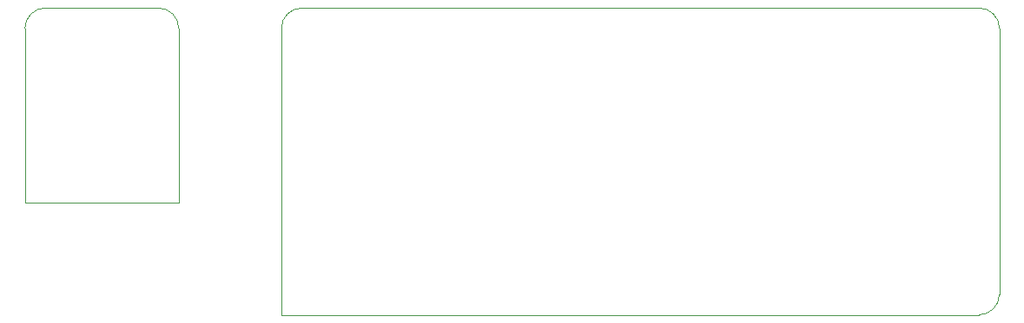
<source format=gbr>
G04 #@! TF.FileFunction,Profile,NP*
%FSLAX46Y46*%
G04 Gerber Fmt 4.6, Leading zero omitted, Abs format (unit mm)*
G04 Created by KiCad (PCBNEW (2014-12-01 BZR 5309)-product) date Thu Dec  4 13:20:49 2014*
%MOMM*%
G01*
G04 APERTURE LIST*
%ADD10C,0.100000*%
G04 APERTURE END LIST*
D10*
X120000000Y-60000000D02*
X120000000Y-34000000D01*
X120000000Y-34000000D02*
G75*
G03X118000000Y-32000000I-2000000J0D01*
G01*
X118000000Y-62000000D02*
G75*
G03X120000000Y-60000000I0J2000000D01*
G01*
X52000000Y-32000000D02*
G75*
G03X50000000Y-34000000I0J-2000000D01*
G01*
X50000000Y-62000000D02*
X50000000Y-34000000D01*
X118000000Y-62000000D02*
X50000000Y-62000000D01*
X52000000Y-32000000D02*
X118000000Y-32000000D01*
X25000000Y-34000000D02*
X25000000Y-51000000D01*
X40000000Y-51000000D02*
X40000000Y-48000000D01*
X25000000Y-51000000D02*
X40000000Y-51000000D01*
X40000000Y-48000000D02*
X40000000Y-46000000D01*
X40000000Y-46000000D02*
X40000000Y-34000000D01*
X38000000Y-32000000D02*
X27000000Y-32000000D01*
X40000000Y-34000000D02*
G75*
G03X38000000Y-32000000I-2000000J0D01*
G01*
X27000000Y-32000000D02*
G75*
G03X25000000Y-34000000I0J-2000000D01*
G01*
M02*

</source>
